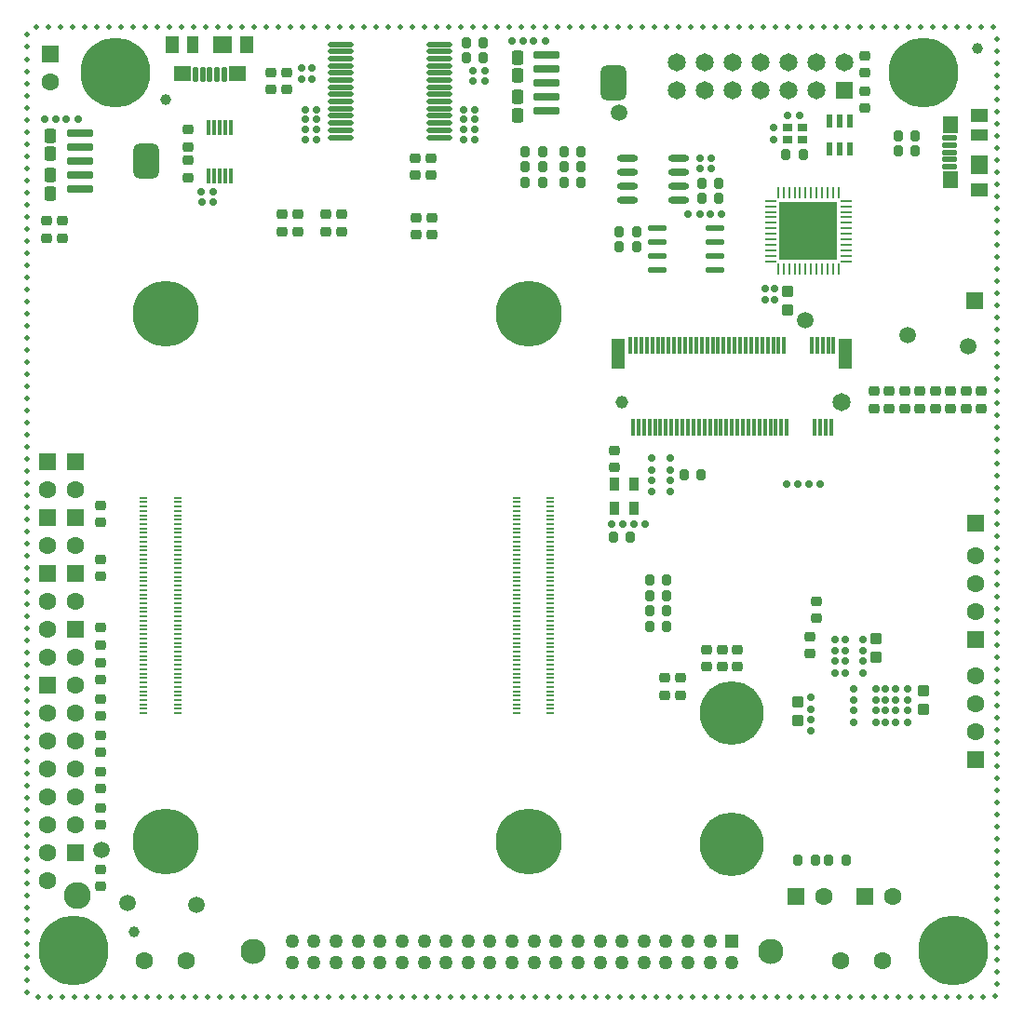
<source format=gbr>
G04*
G04 #@! TF.GenerationSoftware,Altium Limited,Altium Designer,24.9.1 (31)*
G04*
G04 Layer_Color=255*
%FSLAX44Y44*%
%MOMM*%
G71*
G04*
G04 #@! TF.SameCoordinates,A603AB93-459F-4A5F-8223-0FC0E22001E1*
G04*
G04*
G04 #@! TF.FilePolarity,Positive*
G04*
G01*
G75*
G04:AMPARAMS|DCode=23|XSize=0.95mm|YSize=0.85mm|CornerRadius=0.2125mm|HoleSize=0mm|Usage=FLASHONLY|Rotation=90.000|XOffset=0mm|YOffset=0mm|HoleType=Round|Shape=RoundedRectangle|*
%AMROUNDEDRECTD23*
21,1,0.9500,0.4250,0,0,90.0*
21,1,0.5250,0.8500,0,0,90.0*
1,1,0.4250,0.2125,0.2625*
1,1,0.4250,0.2125,-0.2625*
1,1,0.4250,-0.2125,-0.2625*
1,1,0.4250,-0.2125,0.2625*
%
%ADD23ROUNDEDRECTD23*%
G04:AMPARAMS|DCode=24|XSize=1.1mm|YSize=1mm|CornerRadius=0.25mm|HoleSize=0mm|Usage=FLASHONLY|Rotation=270.000|XOffset=0mm|YOffset=0mm|HoleType=Round|Shape=RoundedRectangle|*
%AMROUNDEDRECTD24*
21,1,1.1000,0.5000,0,0,270.0*
21,1,0.6000,1.0000,0,0,270.0*
1,1,0.5000,-0.2500,-0.3000*
1,1,0.5000,-0.2500,0.3000*
1,1,0.5000,0.2500,0.3000*
1,1,0.5000,0.2500,-0.3000*
%
%ADD24ROUNDEDRECTD24*%
G04:AMPARAMS|DCode=25|XSize=0.65mm|YSize=0.6mm|CornerRadius=0.15mm|HoleSize=0mm|Usage=FLASHONLY|Rotation=180.000|XOffset=0mm|YOffset=0mm|HoleType=Round|Shape=RoundedRectangle|*
%AMROUNDEDRECTD25*
21,1,0.6500,0.3000,0,0,180.0*
21,1,0.3500,0.6000,0,0,180.0*
1,1,0.3000,-0.1750,0.1500*
1,1,0.3000,0.1750,0.1500*
1,1,0.3000,0.1750,-0.1500*
1,1,0.3000,-0.1750,-0.1500*
%
%ADD25ROUNDEDRECTD25*%
G04:AMPARAMS|DCode=26|XSize=0.65mm|YSize=0.6mm|CornerRadius=0.15mm|HoleSize=0mm|Usage=FLASHONLY|Rotation=270.000|XOffset=0mm|YOffset=0mm|HoleType=Round|Shape=RoundedRectangle|*
%AMROUNDEDRECTD26*
21,1,0.6500,0.3000,0,0,270.0*
21,1,0.3500,0.6000,0,0,270.0*
1,1,0.3000,-0.1500,-0.1750*
1,1,0.3000,-0.1500,0.1750*
1,1,0.3000,0.1500,0.1750*
1,1,0.3000,0.1500,-0.1750*
%
%ADD26ROUNDEDRECTD26*%
%ADD27R,0.9500X1.2000*%
G04:AMPARAMS|DCode=28|XSize=1.64mm|YSize=0.59mm|CornerRadius=0.1475mm|HoleSize=0mm|Usage=FLASHONLY|Rotation=0.000|XOffset=0mm|YOffset=0mm|HoleType=Round|Shape=RoundedRectangle|*
%AMROUNDEDRECTD28*
21,1,1.6400,0.2950,0,0,0.0*
21,1,1.3450,0.5900,0,0,0.0*
1,1,0.2950,0.6725,-0.1475*
1,1,0.2950,-0.6725,-0.1475*
1,1,0.2950,-0.6725,0.1475*
1,1,0.2950,0.6725,0.1475*
%
%ADD28ROUNDEDRECTD28*%
G04:AMPARAMS|DCode=29|XSize=0.7mm|YSize=2.4mm|CornerRadius=0.175mm|HoleSize=0mm|Usage=FLASHONLY|Rotation=90.000|XOffset=0mm|YOffset=0mm|HoleType=Round|Shape=RoundedRectangle|*
%AMROUNDEDRECTD29*
21,1,0.7000,2.0500,0,0,90.0*
21,1,0.3500,2.4000,0,0,90.0*
1,1,0.3500,1.0250,0.1750*
1,1,0.3500,1.0250,-0.1750*
1,1,0.3500,-1.0250,-0.1750*
1,1,0.3500,-1.0250,0.1750*
%
%ADD29ROUNDEDRECTD29*%
G04:AMPARAMS|DCode=30|XSize=3.2mm|YSize=2.4mm|CornerRadius=0.6mm|HoleSize=0mm|Usage=FLASHONLY|Rotation=90.000|XOffset=0mm|YOffset=0mm|HoleType=Round|Shape=RoundedRectangle|*
%AMROUNDEDRECTD30*
21,1,3.2000,1.2000,0,0,90.0*
21,1,2.0000,2.4000,0,0,90.0*
1,1,1.2000,0.6000,1.0000*
1,1,1.2000,0.6000,-1.0000*
1,1,1.2000,-0.6000,-1.0000*
1,1,1.2000,-0.6000,1.0000*
%
%ADD30ROUNDEDRECTD30*%
G04:AMPARAMS|DCode=33|XSize=2.3028mm|YSize=0.4427mm|CornerRadius=0.1107mm|HoleSize=0mm|Usage=FLASHONLY|Rotation=180.000|XOffset=0mm|YOffset=0mm|HoleType=Round|Shape=RoundedRectangle|*
%AMROUNDEDRECTD33*
21,1,2.3028,0.2214,0,0,180.0*
21,1,2.0814,0.4427,0,0,180.0*
1,1,0.2214,-1.0407,0.1107*
1,1,0.2214,1.0407,0.1107*
1,1,0.2214,1.0407,-0.1107*
1,1,0.2214,-1.0407,-0.1107*
%
%ADD33ROUNDEDRECTD33*%
G04:AMPARAMS|DCode=34|XSize=1.4mm|YSize=0.3mm|CornerRadius=0.075mm|HoleSize=0mm|Usage=FLASHONLY|Rotation=90.000|XOffset=0mm|YOffset=0mm|HoleType=Round|Shape=RoundedRectangle|*
%AMROUNDEDRECTD34*
21,1,1.4000,0.1500,0,0,90.0*
21,1,1.2500,0.3000,0,0,90.0*
1,1,0.1500,0.0750,0.6250*
1,1,0.1500,0.0750,-0.6250*
1,1,0.1500,-0.0750,-0.6250*
1,1,0.1500,-0.0750,0.6250*
%
%ADD34ROUNDEDRECTD34*%
%ADD35R,0.8500X0.7500*%
%ADD36O,1.9000X0.6000*%
G04:AMPARAMS|DCode=37|XSize=0.95mm|YSize=0.85mm|CornerRadius=0.2125mm|HoleSize=0mm|Usage=FLASHONLY|Rotation=180.000|XOffset=0mm|YOffset=0mm|HoleType=Round|Shape=RoundedRectangle|*
%AMROUNDEDRECTD37*
21,1,0.9500,0.4250,0,0,180.0*
21,1,0.5250,0.8500,0,0,180.0*
1,1,0.4250,-0.2625,0.2125*
1,1,0.4250,0.2625,0.2125*
1,1,0.4250,0.2625,-0.2125*
1,1,0.4250,-0.2625,-0.2125*
%
%ADD37ROUNDEDRECTD37*%
%ADD38R,0.7000X0.2000*%
G04:AMPARAMS|DCode=39|XSize=1.21mm|YSize=0.59mm|CornerRadius=0.0738mm|HoleSize=0mm|Usage=FLASHONLY|Rotation=270.000|XOffset=0mm|YOffset=0mm|HoleType=Round|Shape=RoundedRectangle|*
%AMROUNDEDRECTD39*
21,1,1.2100,0.4425,0,0,270.0*
21,1,1.0625,0.5900,0,0,270.0*
1,1,0.1475,-0.2213,-0.5313*
1,1,0.1475,-0.2213,0.5313*
1,1,0.1475,0.2213,0.5313*
1,1,0.1475,0.2213,-0.5313*
%
%ADD39ROUNDEDRECTD39*%
%ADD40R,0.3000X1.5500*%
%ADD41R,1.2000X2.7500*%
G04:AMPARAMS|DCode=42|XSize=0.4572mm|YSize=1.3716mm|CornerRadius=0.1143mm|HoleSize=0mm|Usage=FLASHONLY|Rotation=90.000|XOffset=0mm|YOffset=0mm|HoleType=Round|Shape=RoundedRectangle|*
%AMROUNDEDRECTD42*
21,1,0.4572,1.1430,0,0,90.0*
21,1,0.2286,1.3716,0,0,90.0*
1,1,0.2286,0.5715,0.1143*
1,1,0.2286,0.5715,-0.1143*
1,1,0.2286,-0.5715,-0.1143*
1,1,0.2286,-0.5715,0.1143*
%
%ADD42ROUNDEDRECTD42*%
G04:AMPARAMS|DCode=51|XSize=0.4572mm|YSize=1.3716mm|CornerRadius=0.1143mm|HoleSize=0mm|Usage=FLASHONLY|Rotation=180.000|XOffset=0mm|YOffset=0mm|HoleType=Round|Shape=RoundedRectangle|*
%AMROUNDEDRECTD51*
21,1,0.4572,1.1430,0,0,180.0*
21,1,0.2286,1.3716,0,0,180.0*
1,1,0.2286,-0.1143,0.5715*
1,1,0.2286,0.1143,0.5715*
1,1,0.2286,0.1143,-0.5715*
1,1,0.2286,-0.1143,-0.5715*
%
%ADD51ROUNDEDRECTD51*%
G04:AMPARAMS|DCode=52|XSize=1.1mm|YSize=1.3mm|CornerRadius=0.25mm|HoleSize=0mm|Usage=FLASHONLY|Rotation=180.000|XOffset=0mm|YOffset=0mm|HoleType=Round|Shape=RoundedRectangle|*
%AMROUNDEDRECTD52*
21,1,1.1000,0.8000,0,0,180.0*
21,1,0.6000,1.3000,0,0,180.0*
1,1,0.5000,-0.3000,0.4000*
1,1,0.5000,0.3000,0.4000*
1,1,0.5000,0.3000,-0.4000*
1,1,0.5000,-0.3000,-0.4000*
%
%ADD52ROUNDEDRECTD52*%
%ADD69O,0.2393X1.0571*%
%ADD70O,1.0571X0.2393*%
%ADD105C,1.5240*%
%ADD107C,0.5000*%
%ADD112C,1.5000*%
%ADD113R,5.3000X5.3000*%
%ADD114R,1.6000X1.3000*%
%ADD115R,1.4224X1.5494*%
%ADD116R,1.6000X1.8000*%
%ADD117R,1.6000X1.0000*%
%ADD118R,1.0000X1.6000*%
%ADD119R,1.8000X1.6000*%
%ADD120R,1.3000X1.6000*%
%ADD121R,1.5494X1.4224*%
%ADD122C,1.0000*%
%ADD127C,2.3000*%
%ADD128R,1.2580X1.2580*%
%ADD129C,1.2580*%
%ADD130C,1.6002*%
%ADD131C,1.6000*%
%ADD132R,1.6000X1.6000*%
%ADD133C,2.4500*%
%ADD134R,1.6000X1.6000*%
%ADD135C,1.1500*%
%ADD136C,1.6500*%
%ADD137C,5.8000*%
%ADD138C,6.0000*%
%ADD139R,1.6500X1.6500*%
%ADD140C,6.3500*%
D23*
X462250Y778000D02*
D03*
X477750D02*
D03*
X462250Y764000D02*
D03*
X477750D02*
D03*
X513000Y778000D02*
D03*
X497500D02*
D03*
X513000Y764000D02*
D03*
X497500D02*
D03*
X462250Y750000D02*
D03*
X477750D02*
D03*
X497500D02*
D03*
X513000D02*
D03*
X575250Y360000D02*
D03*
X590750D02*
D03*
X575250Y346000D02*
D03*
X590750D02*
D03*
X606250Y484000D02*
D03*
X621750D02*
D03*
X710250Y133000D02*
D03*
X725750D02*
D03*
X575250Y388000D02*
D03*
X590750D02*
D03*
X638260Y749000D02*
D03*
X622760D02*
D03*
X638260Y735000D02*
D03*
X622760D02*
D03*
X547740Y705000D02*
D03*
X563240D02*
D03*
X547740Y691000D02*
D03*
X563240D02*
D03*
X816750Y778250D02*
D03*
X801250D02*
D03*
X408250Y863000D02*
D03*
X423750D02*
D03*
X753750Y133000D02*
D03*
X738250D02*
D03*
X801250Y792000D02*
D03*
X816750D02*
D03*
X408250Y877000D02*
D03*
X423750D02*
D03*
X699250Y775000D02*
D03*
X714750D02*
D03*
X557750Y427000D02*
D03*
X542250D02*
D03*
X575250Y374000D02*
D03*
X590750D02*
D03*
D24*
X701000Y633500D02*
D03*
Y650500D02*
D03*
X824000Y270500D02*
D03*
Y287500D02*
D03*
X781000Y334500D02*
D03*
Y317500D02*
D03*
X709796Y260500D02*
D03*
Y277500D02*
D03*
D25*
X640760Y721000D02*
D03*
X630260D02*
D03*
X610260D02*
D03*
X620760D02*
D03*
X620750Y772000D02*
D03*
X631250D02*
D03*
X620750Y762000D02*
D03*
X631250D02*
D03*
X710250Y475000D02*
D03*
X699750D02*
D03*
X719750D02*
D03*
X730250D02*
D03*
X178250Y732000D02*
D03*
X167750D02*
D03*
X178000Y741000D02*
D03*
X167500D02*
D03*
X425250Y851000D02*
D03*
X414750D02*
D03*
X272250Y816000D02*
D03*
X261750D02*
D03*
X414750Y842000D02*
D03*
X425250D02*
D03*
X261750Y807000D02*
D03*
X272250D02*
D03*
X261750Y798000D02*
D03*
X272250D02*
D03*
X405750Y798000D02*
D03*
X416250D02*
D03*
X416250Y816000D02*
D03*
X405750D02*
D03*
X272250Y789000D02*
D03*
X261750D02*
D03*
X416250Y789000D02*
D03*
X405750D02*
D03*
Y807000D02*
D03*
X416250D02*
D03*
X560750Y439000D02*
D03*
X571250D02*
D03*
X551000D02*
D03*
X540500D02*
D03*
X711250Y811000D02*
D03*
X700750D02*
D03*
X55250Y807000D02*
D03*
X44750D02*
D03*
X24750D02*
D03*
X35250D02*
D03*
X480250Y878000D02*
D03*
X469750D02*
D03*
X449750Y878000D02*
D03*
X460250D02*
D03*
D26*
X594000Y479000D02*
D03*
Y468500D02*
D03*
X577000D02*
D03*
Y479000D02*
D03*
X594000Y488500D02*
D03*
Y499000D02*
D03*
X577000D02*
D03*
Y488500D02*
D03*
X259000Y854250D02*
D03*
Y843750D02*
D03*
X268000D02*
D03*
Y854250D02*
D03*
X688000Y799250D02*
D03*
Y788750D02*
D03*
X680000Y642750D02*
D03*
Y653250D02*
D03*
X689000Y642750D02*
D03*
Y653250D02*
D03*
X809796Y258750D02*
D03*
Y269250D02*
D03*
X789796Y269250D02*
D03*
Y258750D02*
D03*
X780796D02*
D03*
Y269250D02*
D03*
X760796D02*
D03*
Y258750D02*
D03*
X768796Y303750D02*
D03*
Y314250D02*
D03*
X743796D02*
D03*
Y303750D02*
D03*
X752796D02*
D03*
Y314250D02*
D03*
X798796Y269250D02*
D03*
Y258750D02*
D03*
X809796Y278750D02*
D03*
Y289250D02*
D03*
X789796Y289250D02*
D03*
Y278750D02*
D03*
X780796D02*
D03*
Y289250D02*
D03*
X760796D02*
D03*
Y278750D02*
D03*
X768796Y323750D02*
D03*
Y334250D02*
D03*
X743796D02*
D03*
Y323750D02*
D03*
X752796D02*
D03*
Y334250D02*
D03*
X798796Y289250D02*
D03*
Y278750D02*
D03*
X721796Y250750D02*
D03*
Y261250D02*
D03*
Y281250D02*
D03*
Y270750D02*
D03*
D27*
X560750Y453000D02*
D03*
Y475000D02*
D03*
X543250D02*
D03*
Y453000D02*
D03*
D28*
X582160Y708050D02*
D03*
Y695350D02*
D03*
Y682650D02*
D03*
Y669950D02*
D03*
X634860D02*
D03*
Y682650D02*
D03*
Y695350D02*
D03*
Y708050D02*
D03*
D29*
X481726Y865400D02*
D03*
Y852700D02*
D03*
Y840000D02*
D03*
Y827300D02*
D03*
Y814600D02*
D03*
X56750Y794400D02*
D03*
Y781700D02*
D03*
Y769000D02*
D03*
Y756300D02*
D03*
Y743600D02*
D03*
D30*
X542226Y840000D02*
D03*
X117250Y769000D02*
D03*
D33*
X293845Y790750D02*
D03*
Y797250D02*
D03*
Y803750D02*
D03*
Y810250D02*
D03*
Y816750D02*
D03*
Y823250D02*
D03*
Y829750D02*
D03*
Y836250D02*
D03*
Y842750D02*
D03*
Y849250D02*
D03*
Y855750D02*
D03*
Y862250D02*
D03*
Y868750D02*
D03*
Y875250D02*
D03*
X384155D02*
D03*
Y868750D02*
D03*
Y862250D02*
D03*
Y855750D02*
D03*
Y849250D02*
D03*
Y842750D02*
D03*
Y836250D02*
D03*
Y829750D02*
D03*
Y823250D02*
D03*
Y816750D02*
D03*
Y810250D02*
D03*
Y803750D02*
D03*
Y797250D02*
D03*
Y790750D02*
D03*
D34*
X174000Y799784D02*
D03*
X179000D02*
D03*
X184000D02*
D03*
X189000D02*
D03*
X194000D02*
D03*
Y755784D02*
D03*
X189000D02*
D03*
X184000D02*
D03*
X179000D02*
D03*
X174000D02*
D03*
D35*
X713750Y788750D02*
D03*
X700250D02*
D03*
Y799250D02*
D03*
X713750D02*
D03*
D36*
X554784Y771400D02*
D03*
Y758700D02*
D03*
Y746000D02*
D03*
Y733300D02*
D03*
X601784Y771400D02*
D03*
Y758700D02*
D03*
Y746000D02*
D03*
Y733300D02*
D03*
D37*
X76000Y406750D02*
D03*
Y391250D02*
D03*
Y440500D02*
D03*
Y456000D02*
D03*
X727000Y353250D02*
D03*
Y368750D02*
D03*
X863000Y559750D02*
D03*
Y544250D02*
D03*
X835000Y559750D02*
D03*
Y544250D02*
D03*
X807000Y559750D02*
D03*
Y544250D02*
D03*
X27000Y714750D02*
D03*
Y699250D02*
D03*
X76000Y109250D02*
D03*
Y124750D02*
D03*
X76000Y165250D02*
D03*
Y180750D02*
D03*
Y198250D02*
D03*
Y213750D02*
D03*
Y297250D02*
D03*
Y312750D02*
D03*
Y329250D02*
D03*
Y344750D02*
D03*
X877000Y559750D02*
D03*
Y544250D02*
D03*
X849000Y559750D02*
D03*
Y544250D02*
D03*
X821000Y559750D02*
D03*
Y544250D02*
D03*
X76000Y231250D02*
D03*
Y246750D02*
D03*
X76000Y264250D02*
D03*
Y279750D02*
D03*
X41000Y714750D02*
D03*
Y699250D02*
D03*
X793000Y544250D02*
D03*
Y559750D02*
D03*
X245000Y849750D02*
D03*
Y834250D02*
D03*
X721000Y321250D02*
D03*
Y336750D02*
D03*
X771000Y817250D02*
D03*
Y832750D02*
D03*
Y849250D02*
D03*
Y864750D02*
D03*
X779000Y559750D02*
D03*
Y544250D02*
D03*
X543000Y490250D02*
D03*
Y505750D02*
D03*
X231000Y834250D02*
D03*
Y849750D02*
D03*
X155000Y782250D02*
D03*
Y797750D02*
D03*
Y754250D02*
D03*
Y769750D02*
D03*
X281000Y720750D02*
D03*
Y705250D02*
D03*
X377000Y717750D02*
D03*
Y702250D02*
D03*
X295000Y720750D02*
D03*
Y705250D02*
D03*
X363000Y717750D02*
D03*
Y702250D02*
D03*
X376000Y771750D02*
D03*
Y756250D02*
D03*
X362000Y771750D02*
D03*
Y756250D02*
D03*
X255000Y720750D02*
D03*
Y705250D02*
D03*
X241000Y720750D02*
D03*
Y705250D02*
D03*
X655000Y309250D02*
D03*
Y324750D02*
D03*
X589000Y283500D02*
D03*
Y299000D02*
D03*
X603000Y283500D02*
D03*
Y299000D02*
D03*
X627000Y309250D02*
D03*
Y324750D02*
D03*
X641000Y309250D02*
D03*
Y324750D02*
D03*
D38*
X485000Y267000D02*
D03*
X454200D02*
D03*
X485000Y271000D02*
D03*
X454200D02*
D03*
X485000Y275000D02*
D03*
X454200D02*
D03*
X485000Y279000D02*
D03*
X454200D02*
D03*
X485000Y283000D02*
D03*
X454200D02*
D03*
X485000Y287000D02*
D03*
X454200D02*
D03*
X485000Y291000D02*
D03*
X454200D02*
D03*
X485000Y295000D02*
D03*
X454200D02*
D03*
X485000Y299000D02*
D03*
X454200D02*
D03*
X485000Y303000D02*
D03*
X454200D02*
D03*
X485000Y307000D02*
D03*
X454200D02*
D03*
X485000Y311000D02*
D03*
X454200D02*
D03*
X485000Y315000D02*
D03*
X454200D02*
D03*
X485000Y319000D02*
D03*
X454200D02*
D03*
X485000Y323000D02*
D03*
X454200D02*
D03*
X485000Y327000D02*
D03*
X454200D02*
D03*
X485000Y331000D02*
D03*
X454200D02*
D03*
X485000Y335000D02*
D03*
X454200D02*
D03*
X485000Y339000D02*
D03*
X454200D02*
D03*
X485000Y343000D02*
D03*
X454200D02*
D03*
X485000Y347000D02*
D03*
X454200D02*
D03*
X485000Y351000D02*
D03*
X454200D02*
D03*
X485000Y355000D02*
D03*
X454200D02*
D03*
X485000Y359000D02*
D03*
X454200D02*
D03*
X485000Y363000D02*
D03*
X454200D02*
D03*
X485000Y367000D02*
D03*
X454200D02*
D03*
X485000Y371000D02*
D03*
X454200D02*
D03*
X485000Y375000D02*
D03*
X454200D02*
D03*
X485000Y379000D02*
D03*
X454200D02*
D03*
X485000Y383000D02*
D03*
X454200D02*
D03*
X485000Y387000D02*
D03*
X454200D02*
D03*
X485000Y391000D02*
D03*
X454200D02*
D03*
X485000Y395000D02*
D03*
X454200D02*
D03*
X485000Y399000D02*
D03*
X454200D02*
D03*
X485000Y403000D02*
D03*
X454200D02*
D03*
X485000Y407000D02*
D03*
X454200D02*
D03*
X485000Y411000D02*
D03*
X454200D02*
D03*
X485000Y415000D02*
D03*
X454200D02*
D03*
X485000Y419000D02*
D03*
X454200D02*
D03*
X485000Y423000D02*
D03*
X454200D02*
D03*
X485000Y427000D02*
D03*
X454200D02*
D03*
X485000Y431000D02*
D03*
X454200D02*
D03*
X485000Y435000D02*
D03*
X454200D02*
D03*
X485000Y439000D02*
D03*
X454200D02*
D03*
X485000Y443000D02*
D03*
X454200D02*
D03*
X485000Y447000D02*
D03*
X454200D02*
D03*
X485000Y451000D02*
D03*
X454200D02*
D03*
X485000Y455000D02*
D03*
X454200D02*
D03*
X485000Y459000D02*
D03*
X454200D02*
D03*
X485000Y463000D02*
D03*
X454200D02*
D03*
X145800Y267000D02*
D03*
X115000D02*
D03*
X145800Y271000D02*
D03*
X115000D02*
D03*
X145800Y275000D02*
D03*
X115000D02*
D03*
X145800Y279000D02*
D03*
X115000D02*
D03*
X145800Y283000D02*
D03*
X115000D02*
D03*
X145800Y287000D02*
D03*
X115000D02*
D03*
X145800Y291000D02*
D03*
X115000D02*
D03*
X145800Y295000D02*
D03*
X115000D02*
D03*
X145800Y299000D02*
D03*
X115000D02*
D03*
X145800Y303000D02*
D03*
X115000D02*
D03*
X145800Y307000D02*
D03*
X115000D02*
D03*
X145800Y311000D02*
D03*
X115000D02*
D03*
X145800Y315000D02*
D03*
X115000D02*
D03*
X145800Y319000D02*
D03*
X115000D02*
D03*
X145800Y323000D02*
D03*
X115000D02*
D03*
X145800Y327000D02*
D03*
X115000D02*
D03*
X145800Y331000D02*
D03*
X115000D02*
D03*
X145800Y335000D02*
D03*
X115000D02*
D03*
X145800Y339000D02*
D03*
X115000D02*
D03*
X145800Y343000D02*
D03*
X115000D02*
D03*
X145800Y347000D02*
D03*
X115000D02*
D03*
X145800Y351000D02*
D03*
X115000D02*
D03*
X145800Y355000D02*
D03*
X115000D02*
D03*
X145800Y359000D02*
D03*
X115000D02*
D03*
X145800Y363000D02*
D03*
X115000D02*
D03*
X145800Y367000D02*
D03*
X115000D02*
D03*
X145800Y371000D02*
D03*
X115000D02*
D03*
X145800Y375000D02*
D03*
X115000D02*
D03*
X145800Y379000D02*
D03*
X115000D02*
D03*
X145800Y383000D02*
D03*
X115000D02*
D03*
X145800Y387000D02*
D03*
X115000D02*
D03*
X145800Y391000D02*
D03*
X115000D02*
D03*
X145800Y395000D02*
D03*
X115000D02*
D03*
X145800Y399000D02*
D03*
X115000D02*
D03*
X145800Y403000D02*
D03*
X115000D02*
D03*
X145800Y407000D02*
D03*
X115000D02*
D03*
X145800Y411000D02*
D03*
X115000D02*
D03*
X145800Y415000D02*
D03*
X115000D02*
D03*
X145800Y419000D02*
D03*
X115000D02*
D03*
X145800Y423000D02*
D03*
X115000D02*
D03*
X145800Y427000D02*
D03*
X115000D02*
D03*
X145800Y431000D02*
D03*
X115000D02*
D03*
X145800Y435000D02*
D03*
X115000D02*
D03*
X145800Y439000D02*
D03*
X115000D02*
D03*
X145800Y443000D02*
D03*
X115000D02*
D03*
X145800Y447000D02*
D03*
X115000D02*
D03*
X145800Y451000D02*
D03*
X115000D02*
D03*
X145800Y455000D02*
D03*
X115000D02*
D03*
X145800Y459000D02*
D03*
X115000D02*
D03*
X145800Y463000D02*
D03*
X115000D02*
D03*
D39*
X757500Y805550D02*
D03*
X748000D02*
D03*
X738500D02*
D03*
Y780450D02*
D03*
X748000D02*
D03*
X757500D02*
D03*
D40*
X557500Y601750D02*
D03*
X562500D02*
D03*
X567500D02*
D03*
X572500D02*
D03*
X577500D02*
D03*
X582500D02*
D03*
X587500D02*
D03*
X592500D02*
D03*
X597500D02*
D03*
X602500D02*
D03*
X607500D02*
D03*
X612500D02*
D03*
X617500D02*
D03*
X622500D02*
D03*
X627500D02*
D03*
X632500D02*
D03*
X637500D02*
D03*
X642500D02*
D03*
X647500D02*
D03*
X652500D02*
D03*
X657500D02*
D03*
X662500D02*
D03*
X667500D02*
D03*
X672500D02*
D03*
X677500D02*
D03*
X682500D02*
D03*
X687500D02*
D03*
X692500D02*
D03*
X697500D02*
D03*
X722500D02*
D03*
X727500D02*
D03*
X732500D02*
D03*
X737500D02*
D03*
X742500D02*
D03*
X560000Y527250D02*
D03*
X565000D02*
D03*
X570000D02*
D03*
X575000D02*
D03*
X580000D02*
D03*
X585000D02*
D03*
X590000D02*
D03*
X595000D02*
D03*
X600000D02*
D03*
X605000D02*
D03*
X610000D02*
D03*
X615000D02*
D03*
X620000D02*
D03*
X625000D02*
D03*
X630000D02*
D03*
X635000D02*
D03*
X640000D02*
D03*
X645000D02*
D03*
X650000D02*
D03*
X655000D02*
D03*
X660000D02*
D03*
X665000D02*
D03*
X670000D02*
D03*
X675000D02*
D03*
X680000D02*
D03*
X685000D02*
D03*
X690000D02*
D03*
X695000D02*
D03*
X700000D02*
D03*
X725000D02*
D03*
X730000D02*
D03*
X735000D02*
D03*
X740000D02*
D03*
D41*
X546500Y594000D02*
D03*
X753500D02*
D03*
D42*
X848198Y790000D02*
D03*
Y783500D02*
D03*
Y777000D02*
D03*
Y770500D02*
D03*
Y764000D02*
D03*
D51*
X188000Y848198D02*
D03*
X181500D02*
D03*
X175000D02*
D03*
X168500D02*
D03*
X162000D02*
D03*
D52*
X455000Y810750D02*
D03*
Y827250D02*
D03*
Y863250D02*
D03*
Y846750D02*
D03*
X30000Y792250D02*
D03*
Y775750D02*
D03*
Y739750D02*
D03*
Y756250D02*
D03*
D69*
X747000Y740000D02*
D03*
X742000D02*
D03*
X737000D02*
D03*
X732000D02*
D03*
X747000Y670989D02*
D03*
X742000D02*
D03*
X737000D02*
D03*
X732000D02*
D03*
X727000Y740000D02*
D03*
X722000D02*
D03*
X717000D02*
D03*
X712000D02*
D03*
X707000D02*
D03*
X702000D02*
D03*
X697000D02*
D03*
X692000D02*
D03*
X727000Y670989D02*
D03*
X722000D02*
D03*
X717000D02*
D03*
X712000D02*
D03*
X707000D02*
D03*
X692000D02*
D03*
X697000D02*
D03*
X702000D02*
D03*
D70*
X754006Y732995D02*
D03*
Y727995D02*
D03*
Y722995D02*
D03*
Y717995D02*
D03*
Y712995D02*
D03*
Y707995D02*
D03*
Y702995D02*
D03*
Y697995D02*
D03*
Y692995D02*
D03*
Y687995D02*
D03*
Y682995D02*
D03*
Y677995D02*
D03*
X684995Y732995D02*
D03*
Y727995D02*
D03*
Y722995D02*
D03*
Y717995D02*
D03*
Y712995D02*
D03*
Y707995D02*
D03*
Y702995D02*
D03*
Y697995D02*
D03*
Y692995D02*
D03*
Y687995D02*
D03*
Y682995D02*
D03*
Y677995D02*
D03*
D105*
X839965Y833036D02*
D03*
X807635D02*
D03*
Y865365D02*
D03*
X839965D02*
D03*
X846660Y849200D02*
D03*
X823800Y826340D02*
D03*
X800940Y849200D02*
D03*
X823800Y872060D02*
D03*
X105064Y833036D02*
D03*
X72736D02*
D03*
Y865365D02*
D03*
X105064D02*
D03*
X111760Y849200D02*
D03*
X88900Y826340D02*
D03*
X66040Y849200D02*
D03*
X88900Y872060D02*
D03*
X867065Y34636D02*
D03*
X834735D02*
D03*
Y66965D02*
D03*
X867065D02*
D03*
X873760Y50800D02*
D03*
X850900Y27940D02*
D03*
X828040Y50800D02*
D03*
X850900Y73660D02*
D03*
X66965Y34636D02*
D03*
X34636D02*
D03*
Y66965D02*
D03*
X66965D02*
D03*
X73660Y50800D02*
D03*
X50800Y27940D02*
D03*
X27940Y50800D02*
D03*
X50800Y73660D02*
D03*
D107*
X888022Y891004D02*
D03*
X877002Y891001D02*
D03*
X865982D02*
D03*
X854962D02*
D03*
X843942D02*
D03*
X832922D02*
D03*
X821902D02*
D03*
X810882D02*
D03*
X799862D02*
D03*
X788842D02*
D03*
X777822D02*
D03*
X766802D02*
D03*
X755782D02*
D03*
X744762D02*
D03*
X733742D02*
D03*
X722722D02*
D03*
X711702D02*
D03*
X700682D02*
D03*
X689662D02*
D03*
X678642D02*
D03*
X667622D02*
D03*
X656602D02*
D03*
X645582D02*
D03*
X634562D02*
D03*
X623542D02*
D03*
X612522D02*
D03*
X601502D02*
D03*
X590482D02*
D03*
X579462D02*
D03*
X568442D02*
D03*
X557422D02*
D03*
X546402D02*
D03*
X535382D02*
D03*
X524362D02*
D03*
X513342D02*
D03*
X502322D02*
D03*
X491302D02*
D03*
X480282D02*
D03*
X469262D02*
D03*
X458242D02*
D03*
X447222D02*
D03*
X436202D02*
D03*
X425182D02*
D03*
X414162D02*
D03*
X403142D02*
D03*
X392122D02*
D03*
X381102D02*
D03*
X370082D02*
D03*
X359062D02*
D03*
X348042D02*
D03*
X337022D02*
D03*
X326002D02*
D03*
X314982D02*
D03*
X303962D02*
D03*
X292942D02*
D03*
X281922D02*
D03*
X270902D02*
D03*
X259882D02*
D03*
X248862D02*
D03*
X237842D02*
D03*
X226822D02*
D03*
X215802D02*
D03*
X204782D02*
D03*
X193762D02*
D03*
X182742D02*
D03*
X171722D02*
D03*
X160702D02*
D03*
X149682D02*
D03*
X138662D02*
D03*
X127642D02*
D03*
X116622D02*
D03*
X105602D02*
D03*
X94582D02*
D03*
X83562D02*
D03*
X72542D02*
D03*
X61522D02*
D03*
X50502D02*
D03*
X39482D02*
D03*
X28462D02*
D03*
X17442D02*
D03*
X8999Y883919D02*
D03*
Y872899D02*
D03*
Y861879D02*
D03*
Y850859D02*
D03*
Y839839D02*
D03*
Y828819D02*
D03*
Y817799D02*
D03*
Y806779D02*
D03*
Y795759D02*
D03*
Y784739D02*
D03*
Y773719D02*
D03*
Y762699D02*
D03*
Y751679D02*
D03*
Y740659D02*
D03*
Y729639D02*
D03*
Y718619D02*
D03*
Y707599D02*
D03*
Y696579D02*
D03*
Y685559D02*
D03*
Y674539D02*
D03*
Y663519D02*
D03*
Y652499D02*
D03*
Y641479D02*
D03*
Y630459D02*
D03*
Y619439D02*
D03*
Y608419D02*
D03*
Y597399D02*
D03*
Y586379D02*
D03*
Y575359D02*
D03*
Y564339D02*
D03*
Y553319D02*
D03*
Y542299D02*
D03*
Y531279D02*
D03*
Y520259D02*
D03*
Y509239D02*
D03*
Y498219D02*
D03*
Y487199D02*
D03*
Y476179D02*
D03*
Y465159D02*
D03*
Y454139D02*
D03*
Y443119D02*
D03*
Y432099D02*
D03*
Y421079D02*
D03*
Y410059D02*
D03*
Y399039D02*
D03*
Y388019D02*
D03*
Y376999D02*
D03*
Y365979D02*
D03*
Y354959D02*
D03*
Y343939D02*
D03*
Y332919D02*
D03*
Y321899D02*
D03*
Y310879D02*
D03*
Y299859D02*
D03*
Y288839D02*
D03*
Y277819D02*
D03*
Y266800D02*
D03*
Y255779D02*
D03*
Y244760D02*
D03*
Y233739D02*
D03*
Y222719D02*
D03*
Y211700D02*
D03*
Y200679D02*
D03*
Y189660D02*
D03*
Y178640D02*
D03*
Y167619D02*
D03*
Y156600D02*
D03*
Y145580D02*
D03*
Y134559D02*
D03*
Y123540D02*
D03*
Y112520D02*
D03*
Y101500D02*
D03*
Y90480D02*
D03*
Y79460D02*
D03*
Y68440D02*
D03*
Y57420D02*
D03*
Y46400D02*
D03*
Y35380D02*
D03*
Y24360D02*
D03*
Y13340D02*
D03*
X19128Y8999D02*
D03*
X30148D02*
D03*
X41168D02*
D03*
X52188D02*
D03*
X63208D02*
D03*
X74228D02*
D03*
X85248D02*
D03*
X96268D02*
D03*
X107288D02*
D03*
X118308D02*
D03*
X129328D02*
D03*
X140348D02*
D03*
X151368D02*
D03*
X162388D02*
D03*
X173408D02*
D03*
X184428D02*
D03*
X195448D02*
D03*
X206468D02*
D03*
X217488D02*
D03*
X228508D02*
D03*
X239528D02*
D03*
X250548D02*
D03*
X261568D02*
D03*
X272588D02*
D03*
X283608D02*
D03*
X294628D02*
D03*
X305648D02*
D03*
X316668D02*
D03*
X327688D02*
D03*
X338708D02*
D03*
X349728D02*
D03*
X360748D02*
D03*
X371768D02*
D03*
X382788D02*
D03*
X393808D02*
D03*
X404828D02*
D03*
X415848D02*
D03*
X426868D02*
D03*
X437888D02*
D03*
X448908D02*
D03*
X459928D02*
D03*
X470948D02*
D03*
X481968D02*
D03*
X492988D02*
D03*
X504008D02*
D03*
X515028D02*
D03*
X526048D02*
D03*
X537068D02*
D03*
X548088D02*
D03*
X559108D02*
D03*
X570128D02*
D03*
X581148D02*
D03*
X592168D02*
D03*
X603188D02*
D03*
X614208D02*
D03*
X625228D02*
D03*
X636248D02*
D03*
X647268D02*
D03*
X658288D02*
D03*
X669308D02*
D03*
X680328D02*
D03*
X691348D02*
D03*
X702368D02*
D03*
X713388D02*
D03*
X724408D02*
D03*
X735428D02*
D03*
X746448D02*
D03*
X757468D02*
D03*
X768488D02*
D03*
X779508D02*
D03*
X790528D02*
D03*
X801548D02*
D03*
X812568D02*
D03*
X823588D02*
D03*
X834608D02*
D03*
X845628D02*
D03*
X856648D02*
D03*
X867668D02*
D03*
X878688D02*
D03*
X889695Y9522D02*
D03*
X891001Y20464D02*
D03*
Y31484D02*
D03*
Y42504D02*
D03*
Y53524D02*
D03*
Y64544D02*
D03*
Y75564D02*
D03*
Y86584D02*
D03*
Y97604D02*
D03*
Y108624D02*
D03*
Y119644D02*
D03*
Y130664D02*
D03*
Y141684D02*
D03*
Y152704D02*
D03*
Y163724D02*
D03*
Y174744D02*
D03*
Y185764D02*
D03*
Y196784D02*
D03*
Y207804D02*
D03*
Y218824D02*
D03*
Y229844D02*
D03*
Y240864D02*
D03*
Y251884D02*
D03*
Y262904D02*
D03*
Y273924D02*
D03*
Y284944D02*
D03*
Y295964D02*
D03*
Y306984D02*
D03*
Y318004D02*
D03*
Y329024D02*
D03*
Y340044D02*
D03*
Y351064D02*
D03*
Y362084D02*
D03*
Y373104D02*
D03*
Y384124D02*
D03*
Y395144D02*
D03*
Y406164D02*
D03*
Y417184D02*
D03*
Y428204D02*
D03*
Y439224D02*
D03*
Y450244D02*
D03*
Y461264D02*
D03*
Y472284D02*
D03*
Y483304D02*
D03*
Y494324D02*
D03*
Y505344D02*
D03*
Y516364D02*
D03*
Y527384D02*
D03*
Y538404D02*
D03*
Y549424D02*
D03*
Y560444D02*
D03*
Y571464D02*
D03*
Y582484D02*
D03*
Y593504D02*
D03*
Y604524D02*
D03*
Y615544D02*
D03*
Y626564D02*
D03*
Y637584D02*
D03*
Y648604D02*
D03*
Y659624D02*
D03*
Y670644D02*
D03*
Y681664D02*
D03*
Y692684D02*
D03*
Y703704D02*
D03*
Y714724D02*
D03*
Y725743D02*
D03*
Y736764D02*
D03*
Y747784D02*
D03*
Y758803D02*
D03*
Y769824D02*
D03*
Y780844D02*
D03*
Y791863D02*
D03*
Y802884D02*
D03*
Y813904D02*
D03*
Y824923D02*
D03*
Y835944D02*
D03*
Y846964D02*
D03*
Y857983D02*
D03*
Y869003D02*
D03*
Y880023D02*
D03*
D112*
X547000Y813000D02*
D03*
X163000Y93000D02*
D03*
X77000Y143000D02*
D03*
X100000Y94000D02*
D03*
X717000Y624000D02*
D03*
X865000Y601000D02*
D03*
X810000Y611000D02*
D03*
D113*
X719500Y705495D02*
D03*
D114*
X874798Y810750D02*
D03*
Y743250D02*
D03*
D115*
X849048Y752125D02*
D03*
Y801875D02*
D03*
D116*
X874798Y765500D02*
D03*
D117*
Y792494D02*
D03*
D118*
X159506Y874798D02*
D03*
D119*
X186500D02*
D03*
D120*
X208750D02*
D03*
X141250D02*
D03*
D121*
X150125Y849048D02*
D03*
X199875D02*
D03*
D122*
X135000Y825000D02*
D03*
X106000Y68000D02*
D03*
X873000Y872000D02*
D03*
D127*
X685000Y50000D02*
D03*
X215000D02*
D03*
D128*
X650000Y60000D02*
D03*
D129*
Y40000D02*
D03*
X630000Y60000D02*
D03*
Y40000D02*
D03*
X610000Y60000D02*
D03*
Y40000D02*
D03*
X590000Y60000D02*
D03*
Y40000D02*
D03*
X570000Y60000D02*
D03*
Y40000D02*
D03*
X550000Y60000D02*
D03*
Y40000D02*
D03*
X530000Y60000D02*
D03*
Y40000D02*
D03*
X510000Y60000D02*
D03*
Y40000D02*
D03*
X490000Y60000D02*
D03*
Y40000D02*
D03*
X470000Y60000D02*
D03*
Y40000D02*
D03*
X450000Y60000D02*
D03*
Y40000D02*
D03*
X430000Y60000D02*
D03*
Y40000D02*
D03*
X410000Y60000D02*
D03*
Y40000D02*
D03*
X390000Y60000D02*
D03*
Y40000D02*
D03*
X370000Y60000D02*
D03*
Y40000D02*
D03*
X350000Y60000D02*
D03*
Y40000D02*
D03*
X330000Y60000D02*
D03*
Y40000D02*
D03*
X310000Y60000D02*
D03*
Y40000D02*
D03*
X290000Y60000D02*
D03*
Y40000D02*
D03*
X270000Y60000D02*
D03*
Y40000D02*
D03*
X250000Y60000D02*
D03*
Y40000D02*
D03*
D130*
X748950Y42000D02*
D03*
X787050D02*
D03*
X115950D02*
D03*
X154050D02*
D03*
D131*
X733400Y100000D02*
D03*
X796000D02*
D03*
X27400Y469900D02*
D03*
Y419100D02*
D03*
X52800Y368300D02*
D03*
Y317500D02*
D03*
Y469900D02*
D03*
Y419100D02*
D03*
X30000Y841000D02*
D03*
X27400Y317500D02*
D03*
Y342900D02*
D03*
Y368300D02*
D03*
X872000Y300800D02*
D03*
Y275400D02*
D03*
Y250000D02*
D03*
Y409800D02*
D03*
Y384400D02*
D03*
Y359000D02*
D03*
X52800Y215900D02*
D03*
Y190500D02*
D03*
Y165100D02*
D03*
Y241300D02*
D03*
Y266700D02*
D03*
Y292100D02*
D03*
X27400Y139700D02*
D03*
Y165100D02*
D03*
Y190500D02*
D03*
Y266700D02*
D03*
Y241300D02*
D03*
Y215900D02*
D03*
Y114300D02*
D03*
D132*
X708000Y100000D02*
D03*
X770600D02*
D03*
X871000Y642000D02*
D03*
D133*
X55000Y101000D02*
D03*
D134*
X27400Y495300D02*
D03*
Y444500D02*
D03*
X52800Y393700D02*
D03*
Y342900D02*
D03*
Y495300D02*
D03*
Y444500D02*
D03*
X30000Y866400D02*
D03*
X27400Y393700D02*
D03*
X872000Y440000D02*
D03*
Y224600D02*
D03*
Y333600D02*
D03*
X52800Y139700D02*
D03*
X27400Y292100D02*
D03*
D135*
X550000Y550000D02*
D03*
D136*
X750000D02*
D03*
X752200Y858700D02*
D03*
X726800Y833300D02*
D03*
Y858700D02*
D03*
X701400Y833300D02*
D03*
Y858700D02*
D03*
X676000Y833300D02*
D03*
Y858700D02*
D03*
X650600Y833300D02*
D03*
Y858700D02*
D03*
X625200Y833300D02*
D03*
Y858700D02*
D03*
X599800Y833300D02*
D03*
Y858700D02*
D03*
D137*
X650000Y267500D02*
D03*
Y147500D02*
D03*
D138*
X135000Y150000D02*
D03*
X465000Y630000D02*
D03*
X135000D02*
D03*
X465000Y150000D02*
D03*
D139*
X752200Y833300D02*
D03*
D140*
X823800Y849200D02*
D03*
X88900D02*
D03*
X850900Y50800D02*
D03*
X50800D02*
D03*
M02*

</source>
